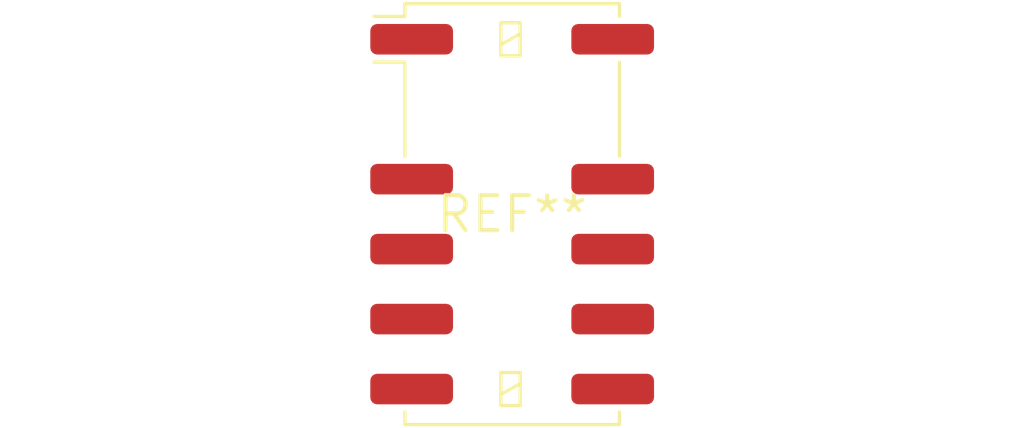
<source format=kicad_pcb>
(kicad_pcb (version 20240108) (generator pcbnew)
  (layers (0 "F.Cu" signal) (31 "B.Cu" signal) (34 "B.Paste" user) (35 "F.Paste" user) (36 "B.SilkS" user "B.Silkscreen") (37 "F.SilkS" user "F.Silkscreen") (38 "B.Mask" user) (39 "F.Mask" user) (44 "Edge.Cuts" user))
  (net 0 "")
  (footprint "Relay_DPDT_Kemet_EE2_NU_DoubleCoil" (layer "F.Cu") (at 0 0)
    (property "Reference" "REF**")
    (property "Value" "Relay_DPDT_Kemet_EE2_NU_DoubleCoil")
    (fp_line (start -3.89 -7.64) (end -3.89 -7.18) (layer "F.SilkS") (stroke (width 0.12)))
    (fp_line (start -3.89 -7.18) (end -5.01 -7.18) (layer "F.SilkS") (stroke (width 0.12)))
    (fp_line (start -3.89 -5.52) (end -5.01 -5.52) (layer "F.SilkS") (stroke (width 0.12)))
    (fp_line (start -3.89 -5.52) (end -3.89 -2.1) (layer "F.SilkS") (stroke (width 0.12)))
    (fp_line (start -3.89 7.18) (end -3.89 7.64) (layer "F.SilkS") (stroke (width 0.12)))
    (fp_line (start -0.41 -6.95) (end -0.41 -5.75) (layer "F.SilkS") (stroke (width 0.12)))
    (fp_line (start -0.41 -6.15) (end 0.29 -6.55) (layer "F.SilkS") (stroke (width 0.12)))
    (fp_line (start -0.41 -5.75) (end 0.29 -5.75) (layer "F.SilkS") (stroke (width 0.12)))
    (fp_line (start -0.41 5.75) (end -0.41 6.95) (layer "F.SilkS") (stroke (width 0.12)))
    (fp_line (start -0.41 6.55) (end 0.29 6.15) (layer "F.SilkS") (stroke (width 0.12)))
    (fp_line (start -0.41 6.95) (end 0.29 6.95) (layer "F.SilkS") (stroke (width 0.12)))
    (fp_line (start 0.29 -6.95) (end -0.41 -6.95) (layer "F.SilkS") (stroke (width 0.12)))
    (fp_line (start 0.29 -5.75) (end 0.29 -6.95) (layer "F.SilkS") (stroke (width 0.12)))
    (fp_line (start 0.29 5.75) (end -0.41 5.75) (layer "F.SilkS") (stroke (width 0.12)))
    (fp_line (start 0.29 6.95) (end 0.29 5.75) (layer "F.SilkS") (stroke (width 0.12)))
    (fp_line (start 3.89 -7.64) (end -3.89 -7.64) (layer "F.SilkS") (stroke (width 0.12)))
    (fp_line (start 3.89 -7.64) (end 3.89 -7.18) (layer "F.SilkS") (stroke (width 0.12)))
    (fp_line (start 3.89 -5.52) (end 3.89 -2.1) (layer "F.SilkS") (stroke (width 0.12)))
    (fp_line (start 3.89 7.18) (end 3.89 7.64) (layer "F.SilkS") (stroke (width 0.12)))
    (fp_line (start 3.89 7.64) (end -3.89 7.64) (layer "F.SilkS") (stroke (width 0.12)))
    (pad "1" smd roundrect (at -3.645 -6.35 270) (size 1.11 3) (layers "F.Cu" "F.Paste" "F.Mask") (roundrect_rratio 0.225))
    (pad "3" smd roundrect (at -3.645 -1.27 270) (size 1.11 3) (layers "F.Cu" "F.Paste" "F.Mask") (roundrect_rratio 0.225))
    (pad "4" smd roundrect (at -3.645 1.27 270) (size 1.11 3) (layers "F.Cu" "F.Paste" "F.Mask") (roundrect_rratio 0.225))
    (pad "5" smd roundrect (at -3.645 3.81 270) (size 1.11 3) (layers "F.Cu" "F.Paste" "F.Mask") (roundrect_rratio 0.225))
    (pad "6" smd roundrect (at -3.645 6.35 270) (size 1.11 3) (layers "F.Cu" "F.Paste" "F.Mask") (roundrect_rratio 0.225))
    (pad "7" smd roundrect (at 3.645 6.35 270) (size 1.11 3) (layers "F.Cu" "F.Paste" "F.Mask") (roundrect_rratio 0.225))
    (pad "8" smd roundrect (at 3.645 3.81 270) (size 1.11 3) (layers "F.Cu" "F.Paste" "F.Mask") (roundrect_rratio 0.225))
    (pad "9" smd roundrect (at 3.645 1.27 270) (size 1.11 3) (layers "F.Cu" "F.Paste" "F.Mask") (roundrect_rratio 0.225))
    (pad "10" smd roundrect (at 3.645 -1.27 270) (size 1.11 3) (layers "F.Cu" "F.Paste" "F.Mask") (roundrect_rratio 0.225))
    (pad "12" smd roundrect (at 3.645 -6.35 270) (size 1.11 3) (layers "F.Cu" "F.Paste" "F.Mask") (roundrect_rratio 0.225))
  )
)
</source>
